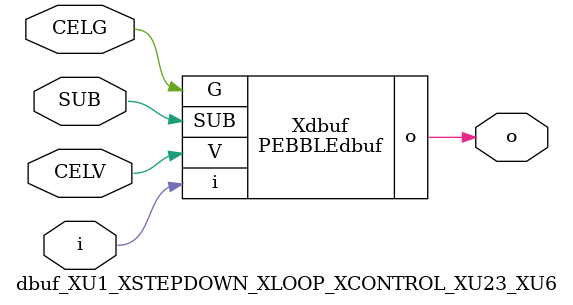
<source format=v>



module PEBBLEdbuf ( o, G, SUB, V, i );

  input V;
  input i;
  input G;
  output o;
  input SUB;
endmodule

//Celera Confidential Do Not Copy dbuf_XU1_XSTEPDOWN_XLOOP_XCONTROL_XU23_XU6
//Celera Confidential Symbol Generator
//Digital Buffer
module dbuf_XU1_XSTEPDOWN_XLOOP_XCONTROL_XU23_XU6 (CELV,CELG,i,o,SUB);
input CELV;
input CELG;
input i;
input SUB;
output o;

//Celera Confidential Do Not Copy dbuf
PEBBLEdbuf Xdbuf(
.V (CELV),
.i (i),
.o (o),
.SUB (SUB),
.G (CELG)
);
//,diesize,PEBBLEdbuf

//Celera Confidential Do Not Copy Module End
//Celera Schematic Generator
endmodule

</source>
